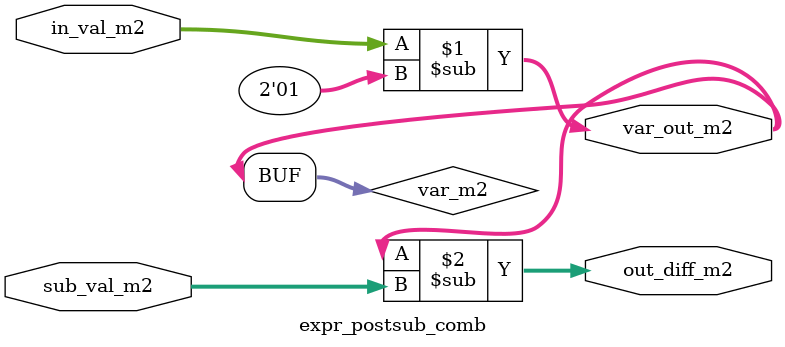
<source format=sv>
/* Generated by Yosys 0.53+60 (git sha1 3790be114, g++ 12.2.0-14+deb12u1 -fPIC -O3) */

module expr_postsub_comb(in_val_m2, sub_val_m2, out_diff_m2, var_out_m2);
  input [7:0] in_val_m2;
  wire [7:0] in_val_m2;
  output [7:0] out_diff_m2;
  wire [7:0] out_diff_m2;
  input [7:0] sub_val_m2;
  wire [7:0] sub_val_m2;
  wire [7:0] var_m2;
  output [7:0] var_out_m2;
  wire [7:0] var_out_m2;
  assign var_out_m2 = in_val_m2 - 2'h1;
  assign out_diff_m2 = var_out_m2 - sub_val_m2;
  assign var_m2 = var_out_m2;
endmodule

</source>
